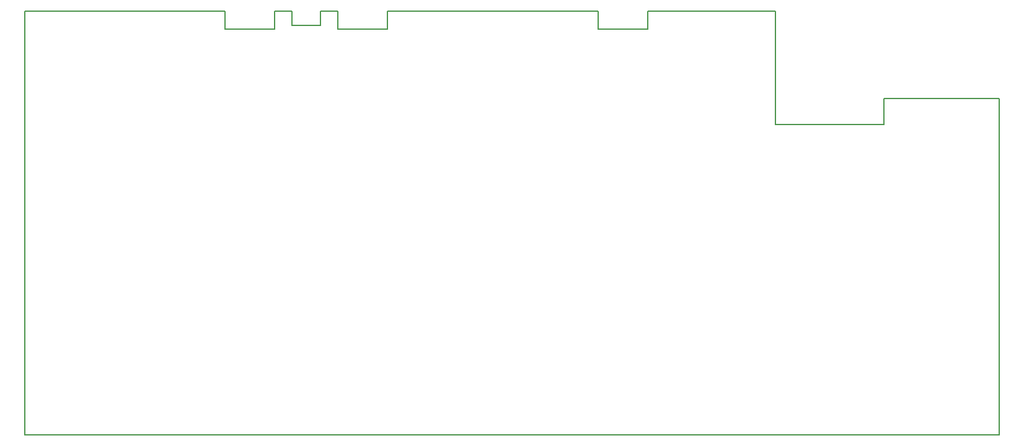
<source format=gbr>
G04 DipTrace 2.4.0.2*
%INBorderPCB.gbr*%
%MOIN*%
%ADD11C,0.0055*%
%FSLAX44Y44*%
G04*
G70*
G90*
G75*
G01*
%LNBoardOutline*%
%LPD*%
X56339Y3937D2*
D11*
Y22047D1*
X50118D1*
Y20630D1*
X44291D1*
Y26732D1*
X37441D1*
Y25787D1*
X34764D1*
Y26732D1*
X23425D1*
Y25787D1*
X20748D1*
Y26732D1*
X19823D1*
Y25984D1*
X18287D1*
Y26732D1*
X17362D1*
Y25787D1*
X14685D1*
Y26732D1*
X3937D1*
Y3937D1*
X56339D1*
M02*

</source>
